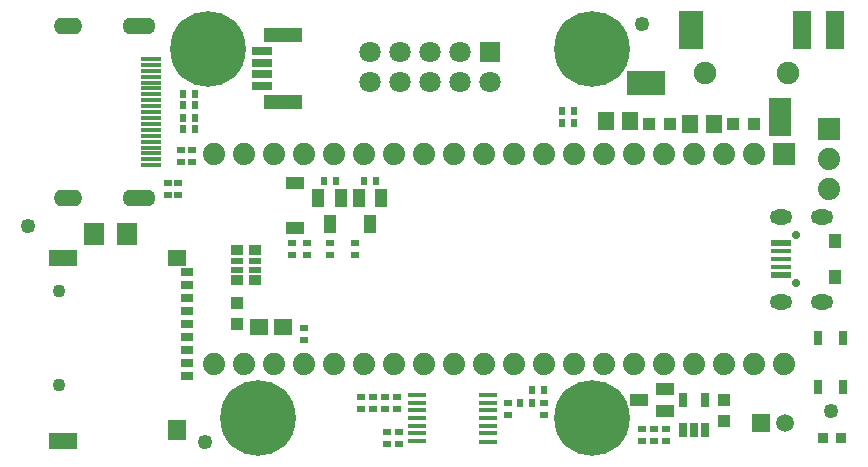
<source format=gbr>
G04 #@! TF.GenerationSoftware,KiCad,Pcbnew,5.1.0-rc2-unknown-036be7d~80~ubuntu16.04.1*
G04 #@! TF.CreationDate,2023-11-01T16:14:12+02:00*
G04 #@! TF.ProjectId,RP2040-PICO-PC_rev_D,52503230-3430-42d5-9049-434f2d50435f,D*
G04 #@! TF.SameCoordinates,Original*
G04 #@! TF.FileFunction,Soldermask,Top*
G04 #@! TF.FilePolarity,Negative*
%FSLAX46Y46*%
G04 Gerber Fmt 4.6, Leading zero omitted, Abs format (unit mm)*
G04 Created by KiCad (PCBNEW 5.1.0-rc2-unknown-036be7d~80~ubuntu16.04.1) date 2023-11-01 16:14:12*
%MOMM*%
%LPD*%
G04 APERTURE LIST*
%ADD10C,1.901600*%
%ADD11R,1.501600X3.201599*%
%ADD12R,3.201599X2.101600*%
%ADD13R,1.901600X3.201599*%
%ADD14R,2.101600X3.201599*%
%ADD15R,1.501600X1.101600*%
%ADD16R,1.100000X0.700000*%
%ADD17R,1.600000X1.400000*%
%ADD18R,1.600000X1.800000*%
%ADD19R,2.400000X1.400000*%
%ADD20C,1.101600*%
%ADD21R,0.651600X0.601600*%
%ADD22C,1.801600*%
%ADD23R,1.801600X1.801600*%
%ADD24R,1.101600X1.501600*%
%ADD25R,0.651600X1.301600*%
%ADD26C,1.879600*%
%ADD27R,1.879600X1.879600*%
%ADD28R,1.371600X1.625600*%
%ADD29R,0.601600X0.651600*%
%ADD30C,1.301600*%
%ADD31C,6.401600*%
%ADD32C,1.254000*%
%ADD33C,1.501600*%
%ADD34R,1.501600X1.501600*%
%ADD35R,1.117600X1.117600*%
%ADD36R,1.701600X1.901600*%
%ADD37R,0.901600X0.901600*%
%ADD38R,1.501600X0.426600*%
%ADD39R,1.625600X1.371600*%
%ADD40R,1.117600X0.609600*%
%ADD41R,1.117600X0.863600*%
%ADD42R,0.751600X1.151600*%
%ADD43R,1.651600X0.701600*%
%ADD44R,3.201600X1.301600*%
%ADD45O,2.801600X1.401600*%
%ADD46O,2.401600X1.401600*%
%ADD47R,1.701600X0.351600*%
%ADD48R,1.751600X0.601600*%
%ADD49R,1.751600X0.426600*%
%ADD50C,0.701600*%
%ADD51R,1.101600X1.201600*%
%ADD52O,1.901600X1.301600*%
G04 APERTURE END LIST*
D10*
X177483000Y-106680000D03*
X184483000Y-106680000D03*
D11*
X185683000Y-103030000D03*
D12*
X172433000Y-107480000D03*
D13*
X183783000Y-110430000D03*
D14*
X176283000Y-103030000D03*
D11*
X188483000Y-103030000D03*
D15*
X174081440Y-135315960D03*
X174081440Y-133413500D03*
X171871640Y-134368540D03*
D16*
X133615000Y-123498000D03*
X133615000Y-124598000D03*
X133615000Y-125698000D03*
X133615000Y-126798000D03*
X133615000Y-127898000D03*
X133615000Y-128998000D03*
X133615000Y-130098000D03*
X133615000Y-131198000D03*
X133615000Y-132298000D03*
D17*
X132735000Y-122298000D03*
D18*
X132735000Y-136898000D03*
D19*
X123135000Y-122298000D03*
X123135000Y-137798000D03*
D20*
X122732800Y-133096000D03*
X122732800Y-125095000D03*
D21*
X133096000Y-113157000D03*
X133096000Y-114173000D03*
X142494000Y-121031000D03*
X142494000Y-122047000D03*
D22*
X149098000Y-107442000D03*
X149098000Y-104902000D03*
X151638000Y-107442000D03*
X151638000Y-104902000D03*
X154178000Y-107442000D03*
X154178000Y-104902000D03*
X156718000Y-107442000D03*
X156718000Y-104902000D03*
X159258000Y-107442000D03*
D23*
X159258000Y-104902000D03*
D24*
X146618960Y-117256560D03*
X144716500Y-117256560D03*
X145671540Y-119466360D03*
D21*
X150368000Y-134112000D03*
X150368000Y-135128000D03*
X151384000Y-135128000D03*
X151384000Y-134112000D03*
D25*
X175580000Y-136936000D03*
X176530000Y-136936000D03*
X177480000Y-136936000D03*
X175580000Y-134336000D03*
X177480000Y-134336000D03*
D26*
X187960000Y-116459000D03*
X187960000Y-113919000D03*
D27*
X187960000Y-111379000D03*
D28*
X176149000Y-110998000D03*
X178181000Y-110998000D03*
X169037000Y-110744000D03*
X171069000Y-110744000D03*
D29*
X149606000Y-115824000D03*
X148590000Y-115824000D03*
X146177000Y-115824000D03*
X145161000Y-115824000D03*
D21*
X143764000Y-122047000D03*
X143764000Y-121031000D03*
D24*
X150047960Y-117256560D03*
X148145500Y-117256560D03*
X149100540Y-119466360D03*
D21*
X147828000Y-121031000D03*
X147828000Y-122047000D03*
X145669000Y-121031000D03*
X145669000Y-122047000D03*
D30*
X165481000Y-104648000D03*
X170307000Y-104648000D03*
X169545000Y-106299000D03*
X166243000Y-106426000D03*
X169545000Y-102997000D03*
X166243000Y-102997000D03*
X167894000Y-107061000D03*
X167894000Y-102235000D03*
D31*
X167894000Y-104648000D03*
D32*
X135128000Y-137922000D03*
D33*
X184261760Y-136288780D03*
D34*
X182232300Y-136291320D03*
D21*
X132842000Y-115951000D03*
X132842000Y-116967000D03*
D29*
X133223000Y-111379000D03*
X134239000Y-111379000D03*
X133223000Y-108458000D03*
X134239000Y-108458000D03*
D21*
X131953000Y-115951000D03*
X131953000Y-116967000D03*
D29*
X133223000Y-110490000D03*
X134239000Y-110490000D03*
D21*
X133985000Y-113157000D03*
X133985000Y-114173000D03*
D29*
X133223000Y-109347000D03*
X134239000Y-109347000D03*
D32*
X188087000Y-135255000D03*
X120142000Y-119634000D03*
D35*
X137795000Y-127889000D03*
X137795000Y-126111000D03*
D36*
X125727000Y-120269000D03*
X128527000Y-120269000D03*
D35*
X179070000Y-134366000D03*
X179070000Y-136144000D03*
D37*
X188976000Y-137541000D03*
X187452000Y-137541000D03*
D21*
X172085000Y-137795000D03*
X172085000Y-136779000D03*
X174117000Y-137795000D03*
X174117000Y-136779000D03*
X173101000Y-136779000D03*
X173101000Y-137795000D03*
X163830000Y-134620000D03*
X163830000Y-135636000D03*
X151511000Y-137033000D03*
X151511000Y-138049000D03*
X149352000Y-135128000D03*
X149352000Y-134112000D03*
D35*
X172720000Y-110998000D03*
X174498000Y-110998000D03*
D29*
X163830000Y-133477000D03*
X162814000Y-133477000D03*
X161798000Y-134620000D03*
X162814000Y-134620000D03*
D21*
X148336000Y-135128000D03*
X148336000Y-134112000D03*
D35*
X181610000Y-110998000D03*
X179832000Y-110998000D03*
D21*
X160782000Y-135636000D03*
X160782000Y-134620000D03*
X150495000Y-137033000D03*
X150495000Y-138049000D03*
D29*
X165354000Y-109855000D03*
X166370000Y-109855000D03*
X166370000Y-110871000D03*
X165354000Y-110871000D03*
D38*
X153083000Y-137840000D03*
X153083000Y-137190000D03*
X153083000Y-136540000D03*
X153083000Y-135890000D03*
X153083000Y-135240000D03*
X153083000Y-134590000D03*
X153083000Y-133940000D03*
X159083000Y-133940000D03*
X159083000Y-134590000D03*
X159083000Y-135240000D03*
X159083000Y-135890000D03*
X159083000Y-136540000D03*
X159083000Y-137190000D03*
X159083000Y-137890000D03*
D30*
X132969000Y-104648000D03*
X137795000Y-104648000D03*
X137033000Y-106299000D03*
X133731000Y-106426000D03*
X137033000Y-102997000D03*
X133731000Y-102997000D03*
X135382000Y-107061000D03*
X135382000Y-102235000D03*
D31*
X135382000Y-104648000D03*
D30*
X137160000Y-135890000D03*
X141986000Y-135890000D03*
X141224000Y-137541000D03*
X137922000Y-137668000D03*
X141224000Y-134239000D03*
X137922000Y-134239000D03*
X139573000Y-138303000D03*
X139573000Y-133477000D03*
D31*
X139573000Y-135890000D03*
D30*
X165481000Y-135890000D03*
X170307000Y-135890000D03*
X169545000Y-137541000D03*
X166243000Y-137668000D03*
X169545000Y-134239000D03*
X166243000Y-134239000D03*
X167894000Y-138303000D03*
X167894000Y-133477000D03*
D31*
X167894000Y-135890000D03*
D15*
X142748000Y-115956000D03*
X142748000Y-119756000D03*
D39*
X141732000Y-128143000D03*
X139700000Y-128143000D03*
D21*
X143510000Y-128270000D03*
X143510000Y-129286000D03*
D40*
X139319000Y-122555000D03*
X139319000Y-123317000D03*
X137795000Y-122555000D03*
X137795000Y-123317000D03*
D41*
X139319000Y-121666000D03*
X137795000Y-121666000D03*
X139319000Y-124206000D03*
X137795000Y-124206000D03*
D42*
X189162000Y-129116000D03*
X189162000Y-133266000D03*
X187012000Y-129116000D03*
X187012000Y-133266000D03*
D26*
X173990000Y-131318000D03*
X179070000Y-131318000D03*
X143510000Y-131318000D03*
X158750000Y-131318000D03*
X158750000Y-113538000D03*
X143510000Y-113538000D03*
X156210000Y-131318000D03*
X179070000Y-113538000D03*
X146050000Y-113538000D03*
X171450000Y-113538000D03*
X176530000Y-113538000D03*
X184150000Y-131318000D03*
X151130000Y-113538000D03*
X135890000Y-113538000D03*
X171450000Y-131318000D03*
X173990000Y-113538000D03*
X153670000Y-113538000D03*
X140970000Y-113538000D03*
X138430000Y-113538000D03*
X163830000Y-131318000D03*
X138430000Y-131318000D03*
X176530000Y-131318000D03*
X151130000Y-131318000D03*
X146050000Y-131318000D03*
X148590000Y-131318000D03*
X140970000Y-131318000D03*
D27*
X184150000Y-113538000D03*
D26*
X181610000Y-113538000D03*
X168910000Y-113538000D03*
X156210000Y-113538000D03*
X135890000Y-131318000D03*
X153670000Y-131318000D03*
X148590000Y-113538000D03*
X181610000Y-131318000D03*
X161290000Y-131318000D03*
X161290000Y-113538000D03*
X163830000Y-113538000D03*
X166370000Y-131318000D03*
X166370000Y-113538000D03*
X168910000Y-131318000D03*
D43*
X139926000Y-107799000D03*
X139926000Y-106799000D03*
D44*
X141701000Y-109099000D03*
D43*
X139926000Y-104799000D03*
D44*
X141701000Y-103499000D03*
D43*
X139926000Y-105799000D03*
D32*
X172085000Y-102489000D03*
D45*
X129568000Y-102682000D03*
X129568000Y-117282000D03*
D46*
X123518000Y-117282000D03*
D47*
X130518000Y-114482000D03*
X130518000Y-113982000D03*
X130518000Y-113482000D03*
X130518000Y-112982000D03*
X130518000Y-112482000D03*
X130518000Y-111982000D03*
X130518000Y-111482000D03*
X130518000Y-110982000D03*
X130518000Y-110482000D03*
X130518000Y-109982000D03*
X130518000Y-109482000D03*
X130518000Y-108982000D03*
X130518000Y-108482000D03*
X130518000Y-107982000D03*
X130518000Y-107482000D03*
X130518000Y-106982000D03*
X130518000Y-106482000D03*
X130518000Y-105982000D03*
X130518000Y-105482000D03*
D46*
X123518000Y-102682000D03*
D48*
X183921000Y-123815500D03*
D49*
X183921000Y-123078000D03*
X183921000Y-122428000D03*
X183921000Y-121778000D03*
D48*
X183921000Y-121040500D03*
D50*
X185171000Y-124428000D03*
X185171000Y-120428000D03*
D51*
X188471000Y-123928000D03*
X188471000Y-120928000D03*
D52*
X187321000Y-126028000D03*
X183851000Y-126028000D03*
X183851000Y-118828000D03*
X187321000Y-118828000D03*
M02*

</source>
